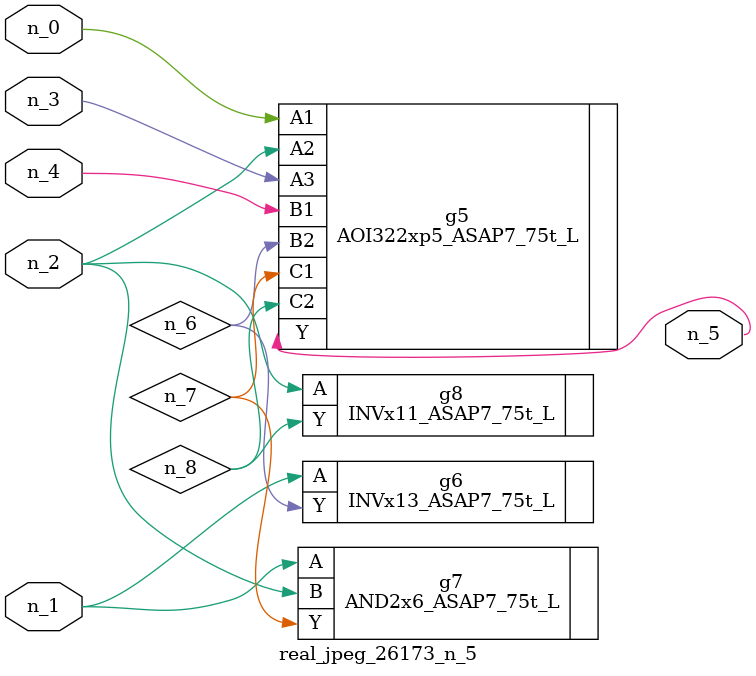
<source format=v>
module real_jpeg_26173_n_5 (n_4, n_0, n_1, n_2, n_3, n_5);

input n_4;
input n_0;
input n_1;
input n_2;
input n_3;

output n_5;

wire n_8;
wire n_6;
wire n_7;

AOI322xp5_ASAP7_75t_L g5 ( 
.A1(n_0),
.A2(n_2),
.A3(n_3),
.B1(n_4),
.B2(n_6),
.C1(n_7),
.C2(n_8),
.Y(n_5)
);

INVx13_ASAP7_75t_L g6 ( 
.A(n_1),
.Y(n_6)
);

AND2x6_ASAP7_75t_L g7 ( 
.A(n_1),
.B(n_2),
.Y(n_7)
);

INVx11_ASAP7_75t_L g8 ( 
.A(n_2),
.Y(n_8)
);


endmodule
</source>
